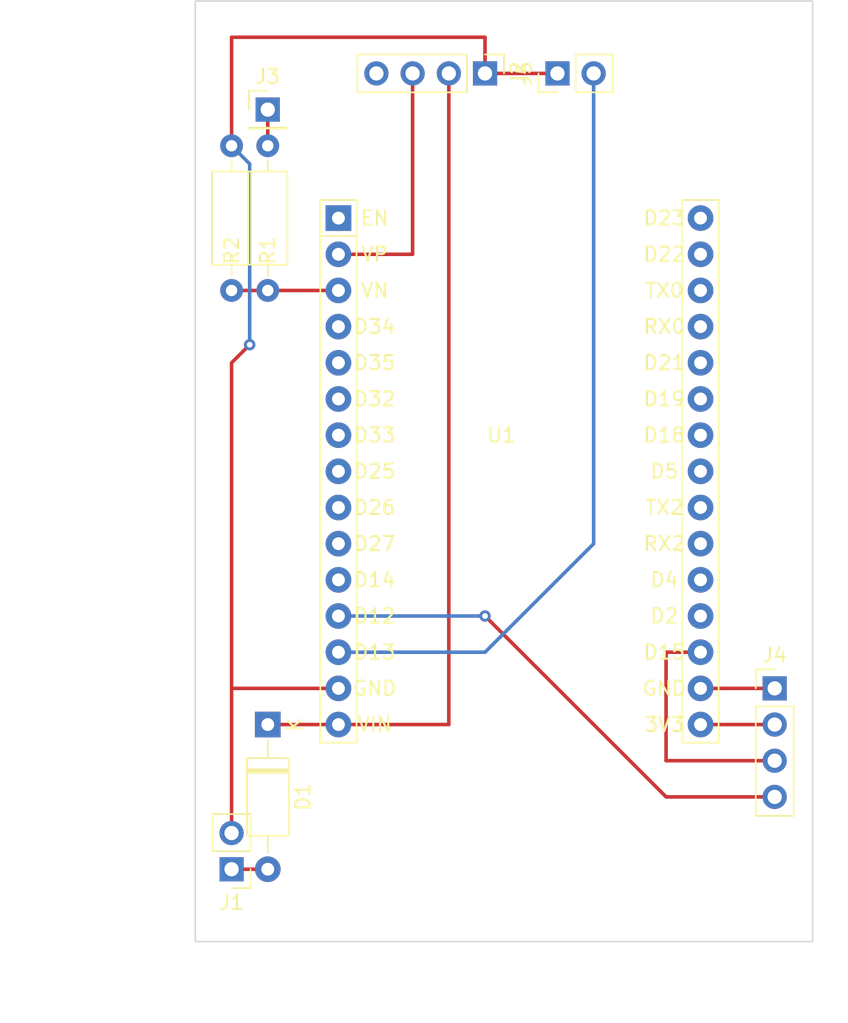
<source format=kicad_pcb>
(kicad_pcb (version 20211014) (generator pcbnew)
  (layers (0 "F.Cu" signal) (31 "B.Cu" signal) (34 "B.Paste" user) (35 "F.Paste" user) (36 "B.SilkS" user "B.Silkscreen") (37 "F.SilkS" user "F.Silkscreen") (38 "B.Mask" user) (39 "F.Mask" user) (44 "Edge.Cuts" user))
  (net 0 "")
  (net 1 "Net-(D1-Pad1)")
  (net 2 "Net-(D1-Pad2)")
  (net 3 "Net-(J1-Pad2)")
  (net 5 "Net-(J3-Pad1)")
  (net 6 "Net-(J4-Pad1)")
  (net 7 "Net-(J4-Pad2)")
  (net 8 "Net-(U1-Pad12)")
  (net 9 "Net-(J5-Pad2)")
  (net 10 "Net-(U1-Pad18)")
  (net 32 "Net-(J2-Pad3)")
  (net 33 "Net-(R1-Pad2)")
  (footprint "Resistor_THT:R_Axial_DIN0207_L6.3mm_D2.5mm_P10.16mm_Horizontal" (layer "F.Cu") (at 144.78 53.34 -90)
    (fp_text reference "R1" (at 7.366 0 90) (layer "F.SilkS"))
    (fp_text value "180K")
    (fp_line (start 8.35 -1.37) (end 1.81 -1.37) (layer "F.SilkS") (width 0.12))
    (fp_line (start 1.81 1.37) (end 8.35 1.37) (layer "F.SilkS") (width 0.12))
    (fp_line (start 1.04 0) (end 1.81 0) (layer "F.SilkS") (width 0.12))
    (fp_line (start 1.81 -1.37) (end 1.81 1.37) (layer "F.SilkS") (width 0.12))
    (fp_line (start 9.12 0) (end 8.35 0) (layer "F.SilkS") (width 0.12))
    (fp_line (start 8.35 1.37) (end 8.35 -1.37) (layer "F.SilkS") (width 0.12))
    (pad "1" thru_hole circle (at 0 0 270) (size 1.6 1.6) (drill 0.8) (layers *.Cu *.Mask) (net 5 "Net-(J3-Pad1)"))
    (pad "2" thru_hole oval (at 10.16 0 270) (size 1.6 1.6) (drill 0.8) (layers *.Cu *.Mask) (net 33 "Net-(R1-Pad2)"))
  )
  (footprint "Connector_PinHeader_2.54mm:PinHeader_1x04_P2.54mm_Vertical" (layer "F.Cu") (at 180.34 91.44)
    (fp_text reference "J4" (at 0 -2.33) (layer "F.SilkS"))
    (fp_text value "Conn_I2C_out")
    (fp_line (start -1.33 1.27) (end -1.33 8.95) (layer "F.SilkS") (width 0.12))
    (fp_line (start -1.33 8.95) (end 1.33 8.95) (layer "F.SilkS") (width 0.12))
    (fp_line (start 1.33 1.27) (end 1.33 8.95) (layer "F.SilkS") (width 0.12))
    (fp_line (start -1.33 1.27) (end 1.33 1.27) (layer "F.SilkS") (width 0.12))
    (fp_line (start -1.33 -1.33) (end 0 -1.33) (layer "F.SilkS") (width 0.12))
    (fp_line (start -1.33 0) (end -1.33 -1.33) (layer "F.SilkS") (width 0.12))
    (pad "1" thru_hole rect (at 0 0) (size 1.7 1.7) (drill 1) (layers *.Cu *.Mask) (net 6 "Net-(J4-Pad1)"))
    (pad "2" thru_hole oval (at 0 2.54) (size 1.7 1.7) (drill 1) (layers *.Cu *.Mask) (net 7 "Net-(J4-Pad2)"))
    (pad "3" thru_hole oval (at 0 5.08) (size 1.7 1.7) (drill 1) (layers *.Cu *.Mask) (net 10 "Net-(U1-Pad18)"))
    (pad "4" thru_hole oval (at 0 7.62) (size 1.7 1.7) (drill 1) (layers *.Cu *.Mask) (net 8 "Net-(U1-Pad12)"))
  )
  (footprint "Diode_THT:D_A-405_P10.16mm_Horizontal" (layer "F.Cu") (at 144.78 93.98 -90)
    (fp_text reference "D1" (at 5.08 -2.47 90) (layer "F.SilkS"))
    (fp_text value "D")
    (fp_text user "K" (at 0 -1.9 90) (layer "F.SilkS"))
    (fp_line (start 3.26 -1.47) (end 3.26 1.47) (layer "F.SilkS") (width 0.12))
    (fp_line (start 7.8 1.47) (end 7.8 -1.47) (layer "F.SilkS") (width 0.12))
    (fp_line (start 2.36 1.47) (end 7.8 1.47) (layer "F.SilkS") (width 0.12))
    (fp_line (start 7.8 -1.47) (end 2.36 -1.47) (layer "F.SilkS") (width 0.12))
    (fp_line (start 1.14 0) (end 2.36 0) (layer "F.SilkS") (width 0.12))
    (fp_line (start 3.14 -1.47) (end 3.14 1.47) (layer "F.SilkS") (width 0.12))
    (fp_line (start 2.36 -1.47) (end 2.36 1.47) (layer "F.SilkS") (width 0.12))
    (fp_line (start 3.38 -1.47) (end 3.38 1.47) (layer "F.SilkS") (width 0.12))
    (fp_line (start 9.02 0) (end 7.8 0) (layer "F.SilkS") (width 0.12))
    (pad "1" thru_hole rect (at 0 0 270) (size 1.8 1.8) (drill 0.9) (layers *.Cu *.Mask) (net 1 "Net-(D1-Pad1)"))
    (pad "2" thru_hole oval (at 10.16 0 270) (size 1.8 1.8) (drill 0.9) (layers *.Cu *.Mask) (net 2 "Net-(D1-Pad2)"))
  )
  (footprint "Node_mcu:NodeMCU_SBC" (layer "F.Cu") (at 149.7375 58.42)
    (fp_text reference "U1" (at 11.43 15.24) (layer "F.SilkS"))
    (fp_text value "NodeMCU_ESP32")
    (fp_text user "D26" (at 2.54 20.32) (layer "F.SilkS"))
    (fp_text user "EN" (at 2.54 0) (layer "F.SilkS"))
    (fp_text user "TX0" (at 22.86 5.08) (layer "F.SilkS"))
    (fp_text user "D2" (at 22.86 27.94) (layer "F.SilkS"))
    (fp_text user "VIN" (at 2.54 35.56) (layer "F.SilkS"))
    (fp_text user "TX2" (at 22.86 20.32) (layer "F.SilkS"))
    (fp_text user "D18" (at 22.86 15.24) (layer "F.SilkS"))
    (fp_text user "GND" (at 22.86 33.02) (layer "F.SilkS"))
    (fp_text user "D23" (at 22.86 0) (layer "F.SilkS"))
    (fp_text user "D25" (at 2.54 17.78) (layer "F.SilkS"))
    (fp_text user "D14" (at 2.54 25.4) (layer "F.SilkS"))
    (fp_text user "3V3" (at 22.86 35.56) (layer "F.SilkS"))
    (fp_text user "D19" (at 22.86 12.7) (layer "F.SilkS"))
    (fp_text user "D34" (at 2.54 7.62) (layer "F.SilkS"))
    (fp_text user "D35" (at 2.54 10.16) (layer "F.SilkS"))
    (fp_text user "D22" (at 22.86 2.54) (layer "F.SilkS"))
    (fp_text user "D21" (at 22.86 10.16) (layer "F.SilkS"))
    (fp_text user "RX2" (at 22.86 22.86) (layer "F.SilkS"))
    (fp_text user "D4" (at 22.86 25.4) (layer "F.SilkS"))
    (fp_text user "D12" (at 2.54 27.94) (layer "F.SilkS"))
    (fp_text user "D33" (at 2.54 15.24) (layer "F.SilkS"))
    (fp_text user "D32" (at 2.54 12.7) (layer "F.SilkS"))
    (fp_text user "D15" (at 22.86 30.48) (layer "F.SilkS"))
    (fp_text user "D5" (at 22.86 17.78) (layer "F.SilkS"))
    (fp_text user "GND" (at 2.54 33.02) (layer "F.SilkS"))
    (fp_text user "D13" (at 2.54 30.48) (layer "F.SilkS"))
    (fp_text user "VN" (at 2.54 5.08) (layer "F.SilkS"))
    (fp_text user "D27" (at 2.54 22.86) (layer "F.SilkS"))
    (fp_text user "RX0" (at 22.86 7.62) (layer "F.SilkS"))
    (fp_text user "VP" (at 2.54 2.54) (layer "F.SilkS"))
    (fp_line (start 24.13 -1.27) (end 24.13 36.83) (layer "F.SilkS") (width 0.12))
    (fp_line (start 1.27 36.83) (end 1.27 -1.27) (layer "F.SilkS") (width 0.12))
    (fp_line (start 24.13 36.83) (end 26.67 36.83) (layer "F.SilkS") (width 0.12))
    (fp_line (start -1.27 -1.27) (end -1.27 36.83) (layer "F.SilkS") (width 0.12))
    (fp_line (start 1.27 -1.27) (end -1.27 -1.27) (layer "F.SilkS") (width 0.12))
    (fp_line (start 26.67 36.83) (end 26.67 -1.27) (layer "F.SilkS") (width 0.12))
    (fp_line (start 1.27 1.27) (end -1.27 1.27) (layer "F.SilkS") (width 0.12))
    (fp_line (start -1.27 36.83) (end 1.27 36.83) (layer "F.SilkS") (width 0.12))
    (fp_line (start 26.67 -1.27) (end 24.13 -1.27) (layer "F.SilkS") (width 0.12))
    (pad "" np_thru_hole circle (at 25.3475 -4.25) (size 3.2 3.2) (drill 3.2) (layers *.Cu *.Mask))
    (pad "" np_thru_hole circle (at 25.3475 43.18) (size 3.2 3.2) (drill 3.2) (layers *.Cu *.Mask))
    (pad "" np_thru_hole circle (at 0.1125 43.18) (size 3.2 3.2) (drill 3.2) (layers *.Cu *.Mask))
    (pad "" np_thru_hole circle (at 0.0625 -4.25) (size 3.2 3.2) (drill 3.2) (layers *.Cu *.Mask))
    (pad "1" thru_hole rect (at 0 0) (size 1.8 1.8) (drill 0.9) (layers *.Cu *.Mask))
    (pad "2" thru_hole circle (at 0 2.54) (size 1.8 1.8) (drill 0.9) (layers *.Cu *.Mask) (net 32 "Net-(J2-Pad3)"))
    (pad "3" thru_hole circle (at 0 5.08) (size 1.8 1.8) (drill 0.9) (layers *.Cu *.Mask) (net 33 "Net-(R1-Pad2)"))
    (pad "4" thru_hole circle (at 0 7.62) (size 1.8 1.8) (drill 0.9) (layers *.Cu *.Mask))
    (pad "5" thru_hole circle (at 0 10.16) (size 1.8 1.8) (drill 0.9) (layers *.Cu *.Mask))
    (pad "6" thru_hole circle (at 0 12.7) (size 1.8 1.8) (drill 0.9) (layers *.Cu *.Mask))
    (pad "7" thru_hole circle (at 0 15.24) (size 1.8 1.8) (drill 0.9) (layers *.Cu *.Mask))
    (pad "8" thru_hole circle (at 0 17.78) (size 1.8 1.8) (drill 0.9) (layers *.Cu *.Mask))
    (pad "9" thru_hole circle (at 0 20.32) (size 1.8 1.8) (drill 0.9) (layers *.Cu *.Mask))
    (pad "10" thru_hole circle (at 0 22.86) (size 1.8 1.8) (drill 0.9) (layers *.Cu *.Mask))
    (pad "11" thru_hole circle (at 0 25.4) (size 1.8 1.8) (drill 0.9) (layers *.Cu *.Mask))
    (pad "12" thru_hole circle (at 0 27.94) (size 1.8 1.8) (drill 0.9) (layers *.Cu *.Mask) (net 8 "Net-(U1-Pad12)"))
    (pad "13" thru_hole circle (at 0 30.48) (size 1.8 1.8) (drill 0.9) (layers *.Cu *.Mask) (net 9 "Net-(J5-Pad2)"))
    (pad "14" thru_hole circle (at 0 33.02) (size 1.8 1.8) (drill 0.9) (layers *.Cu *.Mask) (net 3 "Net-(J1-Pad2)"))
    (pad "15" thru_hole circle (at 0 35.56) (size 1.8 1.8) (drill 0.9) (layers *.Cu *.Mask) (net 1 "Net-(D1-Pad1)"))
    (pad "16" thru_hole circle (at 25.4 35.56) (size 1.8 1.8) (drill 0.9) (layers *.Cu *.Mask) (net 7 "Net-(J4-Pad2)"))
    (pad "17" thru_hole circle (at 25.4 33.02) (size 1.8 1.8) (drill 0.9) (layers *.Cu *.Mask) (net 6 "Net-(J4-Pad1)"))
    (pad "18" thru_hole circle (at 25.4 30.48) (size 1.8 1.8) (drill 0.9) (layers *.Cu *.Mask) (net 10 "Net-(U1-Pad18)"))
    (pad "19" thru_hole circle (at 25.4 27.94) (size 1.8 1.8) (drill 0.9) (layers *.Cu *.Mask))
    (pad "20" thru_hole circle (at 25.4 25.4) (size 1.8 1.8) (drill 0.9) (layers *.Cu *.Mask))
    (pad "21" thru_hole circle (at 25.4 22.86) (size 1.8 1.8) (drill 0.9) (layers *.Cu *.Mask))
    (pad "22" thru_hole circle (at 25.4 20.32) (size 1.8 1.8) (drill 0.9) (layers *.Cu *.Mask))
    (pad "23" thru_hole circle (at 25.4 17.78) (size 1.8 1.8) (drill 0.9) (layers *.Cu *.Mask))
    (pad "24" thru_hole circle (at 25.4 15.24) (size 1.8 1.8) (drill 0.9) (layers *.Cu *.Mask))
    (pad "25" thru_hole circle (at 25.4 12.7) (size 1.8 1.8) (drill 0.9) (layers *.Cu *.Mask))
    (pad "26" thru_hole circle (at 25.4 10.16) (size 1.8 1.8) (drill 0.9) (layers *.Cu *.Mask))
    (pad "27" thru_hole circle (at 25.4 7.62) (size 1.8 1.8) (drill 0.9) (layers *.Cu *.Mask))
    (pad "28" thru_hole circle (at 25.4 5.08) (size 1.8 1.8) (drill 0.9) (layers *.Cu *.Mask))
    (pad "29" thru_hole circle (at 25.4 2.54) (size 1.8 1.8) (drill 0.9) (layers *.Cu *.Mask))
    (pad "30" thru_hole circle (at 25.4 0) (size 1.8 1.8) (drill 0.9) (layers *.Cu *.Mask))
  )
  (footprint "Resistor_THT:R_Axial_DIN0207_L6.3mm_D2.5mm_P10.16mm_Horizontal" (layer "F.Cu") (at 142.24 63.5 90)
    (fp_text reference "R2" (at 2.794 0 90) (layer "F.SilkS"))
    (fp_text value "12K")
    (fp_line (start 8.35 1.37) (end 8.35 -1.37) (layer "F.SilkS") (width 0.12))
    (fp_line (start 1.81 -1.37) (end 1.81 1.37) (layer "F.SilkS") (width 0.12))
    (fp_line (start 1.04 0) (end 1.81 0) (layer "F.SilkS") (width 0.12))
    (fp_line (start 8.35 -1.37) (end 1.81 -1.37) (layer "F.SilkS") (width 0.12))
    (fp_line (start 1.81 1.37) (end 8.35 1.37) (layer "F.SilkS") (width 0.12))
    (fp_line (start 9.12 0) (end 8.35 0) (layer "F.SilkS") (width 0.12))
    (pad "1" thru_hole circle (at 0 0 90) (size 1.6 1.6) (drill 0.8) (layers *.Cu *.Mask) (net 33 "Net-(R1-Pad2)"))
    (pad "2" thru_hole oval (at 10.16 0 90) (size 1.6 1.6) (drill 0.8) (layers *.Cu *.Mask) (net 3 "Net-(J1-Pad2)"))
  )
  (footprint "Connector_PinHeader_2.54mm:PinHeader_1x01_P2.54mm_Vertical" (layer "F.Cu") (at 144.78 50.8)
    (fp_text reference "J3" (at 0 -2.33) (layer "F.SilkS"))
    (fp_text value "Conn_battery")
    (fp_line (start -1.33 -1.33) (end 0 -1.33) (layer "F.SilkS") (width 0.12))
    (fp_line (start 1.33 1.27) (end 1.33 1.33) (layer "F.SilkS") (width 0.12))
    (fp_line (start -1.33 1.27) (end -1.33 1.33) (layer "F.SilkS") (width 0.12))
    (fp_line (start -1.33 1.33) (end 1.33 1.33) (layer "F.SilkS") (width 0.12))
    (fp_line (start -1.33 1.27) (end 1.33 1.27) (layer "F.SilkS") (width 0.12))
    (fp_line (start -1.33 0) (end -1.33 -1.33) (layer "F.SilkS") (width 0.12))
    (pad "1" thru_hole rect (at 0 0) (size 1.7 1.7) (drill 1) (layers *.Cu *.Mask) (net 5 "Net-(J3-Pad1)"))
  )
  (footprint "Connector_PinHeader_2.54mm:PinHeader_1x02_P2.54mm_Vertical" (layer "F.Cu") (at 142.24 104.14 180)
    (fp_text reference "J1" (at 0 -2.33) (layer "F.SilkS"))
    (fp_text value "Conn_alim")
    (fp_line (start -1.33 3.87) (end 1.33 3.87) (layer "F.SilkS") (width 0.12))
    (fp_line (start -1.33 1.27) (end -1.33 3.87) (layer "F.SilkS") (width 0.12))
    (fp_line (start -1.33 -1.33) (end 0 -1.33) (layer "F.SilkS") (width 0.12))
    (fp_line (start -1.33 1.27) (end 1.33 1.27) (layer "F.SilkS") (width 0.12))
    (fp_line (start 1.33 1.27) (end 1.33 3.87) (layer "F.SilkS") (width 0.12))
    (fp_line (start -1.33 0) (end -1.33 -1.33) (layer "F.SilkS") (width 0.12))
    (pad "1" thru_hole rect (at 0 0 180) (size 1.7 1.7) (drill 1) (layers *.Cu *.Mask) (net 2 "Net-(D1-Pad2)"))
    (pad "2" thru_hole oval (at 0 2.54 180) (size 1.7 1.7) (drill 1) (layers *.Cu *.Mask) (net 3 "Net-(J1-Pad2)"))
  )
  (footprint "Connector_PinHeader_2.54mm:PinHeader_1x02_P2.54mm_Vertical" (layer "F.Cu") (at 165.1 48.26 90)
    (fp_text reference "J5" (at 0 -2.33 90) (layer "F.SilkS"))
    (fp_text value "Conn_speed_sensor")
    (fp_line (start -1.33 0) (end -1.33 -1.33) (layer "F.SilkS") (width 0.12))
    (fp_line (start -1.33 1.27) (end 1.33 1.27) (layer "F.SilkS") (width 0.12))
    (fp_line (start -1.33 1.27) (end -1.33 3.87) (layer "F.SilkS") (width 0.12))
    (fp_line (start -1.33 -1.33) (end 0 -1.33) (layer "F.SilkS") (width 0.12))
    (fp_line (start 1.33 1.27) (end 1.33 3.87) (layer "F.SilkS") (width 0.12))
    (fp_line (start -1.33 3.87) (end 1.33 3.87) (layer "F.SilkS") (width 0.12))
    (pad "1" thru_hole rect (at 0 0 90) (size 1.7 1.7) (drill 1) (layers *.Cu *.Mask) (net 3 "Net-(J1-Pad2)"))
    (pad "2" thru_hole oval (at 0 2.54 90) (size 1.7 1.7) (drill 1) (layers *.Cu *.Mask) (net 9 "Net-(J5-Pad2)"))
  )
  (footprint "Connector_PinHeader_2.54mm:PinHeader_1x04_P2.54mm_Vertical" (layer "F.Cu") (at 160.02 48.26 -90)
    (fp_text reference "J2" (at 0 -2.33 90) (layer "F.SilkS"))
    (fp_text value "Conn_HSTS016L")
    (fp_line (start -1.33 0) (end -1.33 -1.33) (layer "F.SilkS") (width 0.12))
    (fp_line (start -1.33 -1.33) (end 0 -1.33) (layer "F.SilkS") (width 0.12))
    (fp_line (start -1.33 1.27) (end 1.33 1.27) (layer "F.SilkS") (width 0.12))
    (fp_line (start -1.33 1.27) (end -1.33 8.95) (layer "F.SilkS") (width 0.12))
    (fp_line (start 1.33 1.27) (end 1.33 8.95) (layer "F.SilkS") (width 0.12))
    (fp_line (start -1.33 8.95) (end 1.33 8.95) (layer "F.SilkS") (width 0.12))
    (pad "1" thru_hole rect (at 0 0 270) (size 1.7 1.7) (drill 1) (layers *.Cu *.Mask) (net 3 "Net-(J1-Pad2)"))
    (pad "2" thru_hole oval (at 0 2.54 270) (size 1.7 1.7) (drill 1) (layers *.Cu *.Mask) (net 1 "Net-(D1-Pad1)"))
    (pad "3" thru_hole oval (at 0 5.08 270) (size 1.7 1.7) (drill 1) (layers *.Cu *.Mask) (net 32 "Net-(J2-Pad3)"))
    (pad "4" thru_hole oval (at 0 7.62 270) (size 1.7 1.7) (drill 1) (layers *.Cu *.Mask))
  )
  (gr_rect (start 139.7 43.18) (end 183 109.22) (layer "Edge.Cuts") (width 0.1) (fill none))
  (segment (start 157.48 93.98) (end 157.48 48.26) (width 0.25) (layer "F.Cu") (net 1))
  (segment (start 144.78 93.98) (end 149.7375 93.98) (width 0.25) (layer "F.Cu") (net 1))
  (segment (start 149.7375 93.98) (end 157.48 93.98) (width 0.25) (layer "F.Cu") (net 1))
  (segment (start 142.24 104.14) (end 144.78 104.14) (width 0.25) (layer "F.Cu") (net 2))
  (segment (start 160.02 45.72) (end 160.02 48.26) (width 0.25) (layer "F.Cu") (net 3))
  (segment (start 142.24 91.44) (end 149.7375 91.44) (width 0.25) (layer "F.Cu") (net 3))
  (segment (start 142.24 53.34) (end 142.24 45.72) (width 0.25) (layer "F.Cu") (net 3))
  (segment (start 142.24 45.72) (end 160.02 45.72) (width 0.25) (layer "F.Cu") (net 3))
  (segment (start 160.02 48.26) (end 165.1 48.26) (width 0.25) (layer "F.Cu") (net 3))
  (segment (start 142.24 91.44) (end 142.24 68.58) (width 0.25) (layer "F.Cu") (net 3))
  (segment (start 142.24 101.6) (end 142.24 91.44) (width 0.25) (layer "F.Cu") (net 3))
  (segment (start 142.24 68.58) (end 143.51 67.31) (width 0.25) (layer "F.Cu") (net 3))
  (via (at 143.51 67.31) (size 0.8) (drill 0.4) (layers "F.Cu" "B.Cu") (net 3))
  (segment (start 143.51 54.61) (end 142.24 53.34) (width 0.25) (layer "B.Cu") (net 3))
  (segment (start 143.51 67.31) (end 143.51 54.61) (width 0.25) (layer "B.Cu") (net 3))
  (segment (start 144.78 50.8) (end 144.78 53.34) (width 0.25) (layer "F.Cu") (net 5))
  (segment (start 175.1375 91.44) (end 180.34 91.44) (width 0.25) (layer "F.Cu") (net 6))
  (segment (start 180.34 93.98) (end 175.1375 93.98) (width 0.25) (layer "F.Cu") (net 7))
  (segment (start 172.72 99.06) (end 160.02 86.36) (width 0.25) (layer "F.Cu") (net 8))
  (segment (start 180.34 99.06) (end 172.72 99.06) (width 0.25) (layer "F.Cu") (net 8))
  (via (at 160.02 86.36) (size 0.8) (drill 0.4) (layers "F.Cu" "B.Cu") (net 8))
  (segment (start 160.02 86.36) (end 149.7375 86.36) (width 0.25) (layer "B.Cu") (net 8))
  (segment (start 160.02 88.9) (end 149.7375 88.9) (width 0.25) (layer "B.Cu") (net 9))
  (segment (start 167.64 81.28) (end 160.02 88.9) (width 0.25) (layer "B.Cu") (net 9))
  (segment (start 167.64 48.26) (end 167.64 81.28) (width 0.25) (layer "B.Cu") (net 9))
  (segment (start 172.72 88.9) (end 175.1375 88.9) (width 0.25) (layer "F.Cu") (net 10))
  (segment (start 180.34 96.52) (end 172.72 96.52) (width 0.25) (layer "F.Cu") (net 10))
  (segment (start 172.72 96.52) (end 172.72 88.9) (width 0.25) (layer "F.Cu") (net 10))
  (segment (start 154.94 60.96) (end 149.7375 60.96) (width 0.25) (layer "F.Cu") (net 32))
  (segment (start 154.94 48.26) (end 154.94 60.96) (width 0.25) (layer "F.Cu") (net 32))
  (segment (start 144.78 63.5) (end 149.7375 63.5) (width 0.25) (layer "F.Cu") (net 33))
  (segment (start 144.78 63.5) (end 142.24 63.5) (width 0.25) (layer "F.Cu") (net 33))
)
</source>
